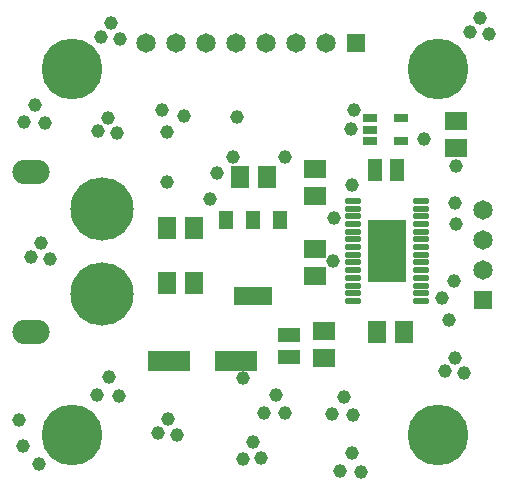
<source format=gbr>
%TF.GenerationSoftware,Altium Limited,Altium Designer,22.8.2 (66)*%
G04 Layer_Color=8388736*
%FSLAX45Y45*%
%MOMM*%
%TF.SameCoordinates,C69CFF7D-580E-4D1C-BBFF-10AAE48A081B*%
%TF.FilePolarity,Negative*%
%TF.FileFunction,Soldermask,Top*%
%TF.Part,Single*%
G01*
G75*
%TA.AperFunction,SMDPad,CuDef*%
%ADD10R,1.20000X1.60000*%
%ADD11R,3.30000X1.60000*%
%ADD40R,1.85000X1.15000*%
%ADD41R,1.55000X1.85000*%
%TA.AperFunction,ComponentPad*%
%ADD42C,1.65000*%
%ADD43R,1.65000X1.65000*%
%ADD44O,3.15000X2.05000*%
%ADD45C,5.35000*%
%TA.AperFunction,ViaPad*%
%ADD46C,5.15000*%
%TA.AperFunction,ComponentPad*%
%ADD47R,1.65000X1.65000*%
%TA.AperFunction,ViaPad*%
%ADD48C,1.15000*%
%ADD49C,0.75000*%
%TA.AperFunction,SMDPad,CuDef*%
%ADD50R,1.85000X1.55000*%
G04:AMPARAMS|DCode=51|XSize=0.5mm|YSize=1.4mm|CornerRadius=0.12575mm|HoleSize=0mm|Usage=FLASHONLY|Rotation=270.000|XOffset=0mm|YOffset=0mm|HoleType=Round|Shape=RoundedRectangle|*
%AMROUNDEDRECTD51*
21,1,0.50000,1.14850,0,0,270.0*
21,1,0.24850,1.40000,0,0,270.0*
1,1,0.25150,-0.57425,-0.12425*
1,1,0.25150,-0.57425,0.12425*
1,1,0.25150,0.57425,0.12425*
1,1,0.25150,0.57425,-0.12425*
%
%ADD51ROUNDEDRECTD51*%
%ADD52R,3.65000X1.75000*%
G04:AMPARAMS|DCode=53|XSize=3.25mm|YSize=5.33mm|CornerRadius=0.1215mm|HoleSize=0mm|Usage=FLASHONLY|Rotation=180.000|XOffset=0mm|YOffset=0mm|HoleType=Round|Shape=RoundedRectangle|*
%AMROUNDEDRECTD53*
21,1,3.25000,5.08700,0,0,180.0*
21,1,3.00700,5.33000,0,0,180.0*
1,1,0.24300,-1.50350,2.54350*
1,1,0.24300,1.50350,2.54350*
1,1,0.24300,1.50350,-2.54350*
1,1,0.24300,-1.50350,-2.54350*
%
%ADD53ROUNDEDRECTD53*%
%ADD54R,1.20000X0.75000*%
%ADD55R,1.15000X1.85000*%
D10*
X210000Y270000D02*
D03*
X-20000D02*
D03*
X-250000D02*
D03*
D11*
X-20000Y-370000D02*
D03*
D40*
X290000Y-700000D02*
D03*
Y-890000D02*
D03*
D41*
X-744300Y205000D02*
D03*
X-515700D02*
D03*
X-744300Y-260000D02*
D03*
X-515700D02*
D03*
X104300Y630000D02*
D03*
X-124300D02*
D03*
X1035700Y-675000D02*
D03*
X1264300D02*
D03*
D42*
X-921000Y1770000D02*
D03*
X-667000D02*
D03*
X-413000D02*
D03*
X-159000D02*
D03*
X95000D02*
D03*
X349000D02*
D03*
X603000D02*
D03*
X1930000Y353000D02*
D03*
Y99000D02*
D03*
Y-155000D02*
D03*
D43*
X857000Y1770000D02*
D03*
D44*
X-1900000Y675000D02*
D03*
Y-675000D02*
D03*
D45*
X-1300000Y360000D02*
D03*
Y-360000D02*
D03*
D46*
X1550000Y1550000D02*
D03*
X-1550000D02*
D03*
X1550000Y-1550000D02*
D03*
X-1550000D02*
D03*
D47*
X1930000Y-409000D02*
D03*
D48*
X172667Y-1212775D02*
D03*
X71708Y-1361489D02*
D03*
X252667Y-1367775D02*
D03*
X-1233715Y-1063526D02*
D03*
X-1334674Y-1212241D02*
D03*
X-1153715Y-1218527D02*
D03*
X-1859412Y1244088D02*
D03*
X-1960370Y1095374D02*
D03*
X-1779411Y1089088D02*
D03*
X750000Y-1225000D02*
D03*
X649042Y-1373715D02*
D03*
X830000Y-1380001D02*
D03*
X1700000Y235000D02*
D03*
X1685000Y-250000D02*
D03*
X1580000Y-390000D02*
D03*
X-105000Y-1070000D02*
D03*
X1429612Y959247D02*
D03*
X-322173Y670471D02*
D03*
X-155000Y1140000D02*
D03*
X1639473Y-580627D02*
D03*
X1695000Y415000D02*
D03*
X-185000Y800000D02*
D03*
X660000Y-75000D02*
D03*
X-600000Y1150000D02*
D03*
X-750000Y1015000D02*
D03*
X-785000Y1200000D02*
D03*
X1904037Y1976155D02*
D03*
X1819037Y1861155D02*
D03*
X1979951Y1844141D02*
D03*
X-1217243Y1934950D02*
D03*
X-1302244Y1819950D02*
D03*
X-1141329Y1802935D02*
D03*
X-1248147Y1136603D02*
D03*
X-1333147Y1021603D02*
D03*
X-1172233Y1004588D02*
D03*
X-1965000Y-1645000D02*
D03*
X-1995000Y-1420000D02*
D03*
X-1830000Y-1795000D02*
D03*
X-1815000Y75000D02*
D03*
X-1900000Y-40000D02*
D03*
X-1739086Y-57015D02*
D03*
X1690000Y-895000D02*
D03*
X1605000Y-1010000D02*
D03*
X1765914Y-1027015D02*
D03*
X-735000Y-1415000D02*
D03*
X-820000Y-1530000D02*
D03*
X-659086Y-1547015D02*
D03*
X46059Y-1749076D02*
D03*
X-106762Y-1754736D02*
D03*
X-16202Y-1613235D02*
D03*
X900000Y-1860000D02*
D03*
X719041Y-1853714D02*
D03*
X820000Y-1705000D02*
D03*
X836926Y1205219D02*
D03*
X1700000Y725000D02*
D03*
X-745000Y590000D02*
D03*
X815000Y1040000D02*
D03*
X820000Y570000D02*
D03*
X255000Y805000D02*
D03*
X665000Y285000D02*
D03*
X-380000Y450000D02*
D03*
D49*
X1007500Y-212500D02*
D03*
Y227500D02*
D03*
X1117500D02*
D03*
X1227500D02*
D03*
X1007500Y117500D02*
D03*
X1117500D02*
D03*
X1227500D02*
D03*
X1007500Y7500D02*
D03*
X1117500D02*
D03*
X1227500D02*
D03*
X1007500Y-102500D02*
D03*
X1117500D02*
D03*
X1227500D02*
D03*
X1117500Y-212500D02*
D03*
X1227500D02*
D03*
D50*
X1700000Y880700D02*
D03*
Y1109300D02*
D03*
X505000Y704300D02*
D03*
Y475700D02*
D03*
X580000Y-899300D02*
D03*
Y-670700D02*
D03*
X510000Y24300D02*
D03*
Y-204300D02*
D03*
D51*
X830000Y-25000D02*
D03*
Y430000D02*
D03*
Y365000D02*
D03*
Y300000D02*
D03*
Y235000D02*
D03*
Y170000D02*
D03*
Y105000D02*
D03*
Y40000D02*
D03*
Y-90000D02*
D03*
Y-155000D02*
D03*
Y-220000D02*
D03*
Y-285000D02*
D03*
Y-350000D02*
D03*
Y-415000D02*
D03*
X1405000Y430000D02*
D03*
Y365000D02*
D03*
Y300000D02*
D03*
Y235000D02*
D03*
Y170000D02*
D03*
Y105000D02*
D03*
Y40000D02*
D03*
Y-25000D02*
D03*
Y-90000D02*
D03*
Y-155000D02*
D03*
Y-220000D02*
D03*
Y-285000D02*
D03*
Y-350000D02*
D03*
Y-415000D02*
D03*
D52*
X-165000Y-920000D02*
D03*
X-725000D02*
D03*
D53*
X1117500Y7500D02*
D03*
D54*
X1237500Y1130000D02*
D03*
Y940000D02*
D03*
X972500D02*
D03*
Y1035000D02*
D03*
Y1130000D02*
D03*
D55*
X1205000Y695000D02*
D03*
X1015000D02*
D03*
%TF.MD5,0b686762299e790a0ad2b37c0a7b34b0*%
M02*

</source>
